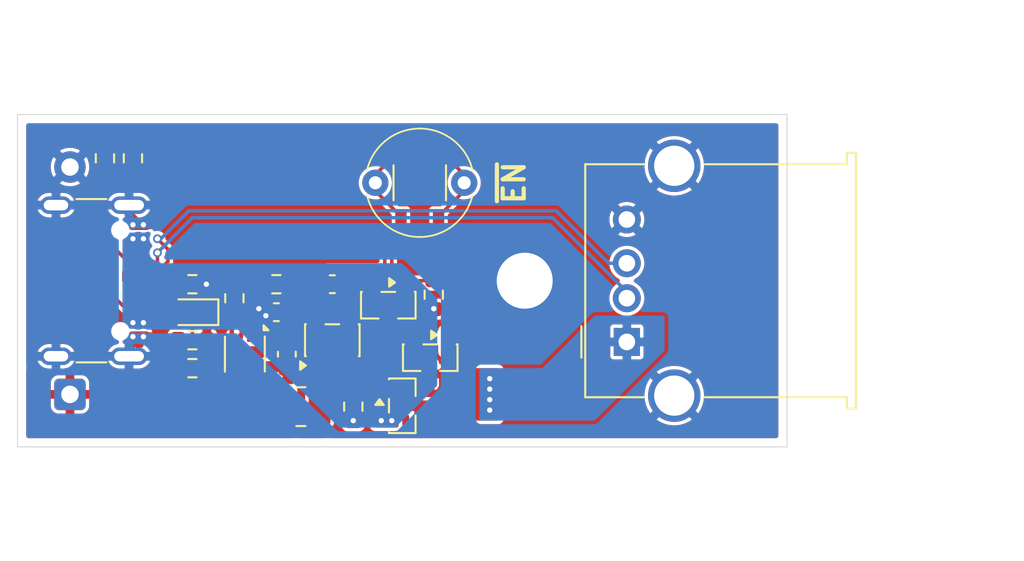
<source format=kicad_pcb>
(kicad_pcb (version 20241229) (generator "pcbnew") (generator_version "9.0")
  (layers (0 "F.Cu" signal) (2 "B.Cu" signal) (13 "F.Paste" user) (15 "B.Paste" user) (5 "F.SilkS" user "F.Silkscreen") (7 "B.SilkS" user "B.Silkscreen") (1 "F.Mask" user) (3 "B.Mask" user) (25 "Edge.Cuts" user))
  (net 0 "")
  (net 1 "GND")
  (net 2 "+BATT")
  (net 3 "VBUS")
  (net 4 "STAT")
  (net 6 "Net-(J1-CC1)")
  (net 7 "D-")
  (net 8 "D+")
  (net 10 "Net-(J1-CC2)")
  (net 11 "VCC")
  (net 12 "Net-(Q1-D)")
  (net 13 "Net-(Q1-G)")
  (net 14 "ISET")
  (net 15 "VSET")
  (net 16 "TMR")
  (net 17 "TS")
  (net 18 "Net-(Q1-S)")
  (net 19 "Net-(D1-A)")
  (net 20 "Net-(U2-SW)")
  (footprint "Resistor_SMD:R_0603_1608Metric" (layer "F.Cu") (at 85.8 100.2)
    (property "Reference" "R3" (hide yes))
    (property "Value" "1k" (hide yes))
    (fp_line (start -0.237258 -0.5225) (end 0.237258 -0.5225) (stroke (width 0.12)) (layer "F.SilkS"))
    (fp_line (start -0.237258 0.5225) (end 0.237258 0.5225) (stroke (width 0.12)) (layer "F.SilkS"))
    (pad "1" smd roundrect (at -0.825 0) (size 0.8 0.95) (layers "F.Cu" "F.Mask" "F.Paste") (net 14 "ISET"))
    (pad "2" smd roundrect (at 0.825 0) (size 0.8 0.95) (layers "F.Cu" "F.Mask" "F.Paste") (net 1 "GND"))
  )
  (footprint "Resistor_SMD:R_0603_1608Metric" (layer "F.Cu") (at 76 93 90)
    (property "Reference" "R2" (hide yes))
    (property "Value" "4k7" (hide yes))
    (fp_line (start -0.237258 -0.5225) (end 0.237258 -0.5225) (stroke (width 0.12)) (layer "F.SilkS"))
    (fp_line (start -0.237258 0.5225) (end 0.237258 0.5225) (stroke (width 0.12)) (layer "F.SilkS"))
    (pad "1" smd roundrect (at -0.825 0 90) (size 0.8 0.95) (layers "F.Cu" "F.Mask" "F.Paste") (net 10 "Net-(J1-CC2)"))
    (pad "2" smd roundrect (at 0.825 0 90) (size 0.8 0.95) (layers "F.Cu" "F.Mask" "F.Paste") (net 1 "GND"))
  )
  (footprint "Package_SON:WSON-8-1EP_2x2mm_P0.5mm_EP0.9x1.6mm" (layer "F.Cu") (at 84 104.2 -90)
    (property "Reference" "U1" (hide yes))
    (property "Value" "BQ25172" (hide yes))
    (fp_line (start -1 1.14) (end 1 1.14) (stroke (width 0.12)) (layer "F.SilkS"))
    (fp_line (start -1.01 -1.14) (end 0.99 -1.14) (stroke (width 0.12)) (layer "F.SilkS"))
    (fp_poly (pts (xy -1.37 -1.07) (xy -1.65 -1.07) (xy -1.37 -1.35) (xy -1.37 -1.07)) (stroke (width 0.12)) (fill yes) (layer "F.SilkS"))
    (pad "1" smd roundrect (at -0.95 -0.75 270) (size 0.5 0.25) (layers "F.Cu" "F.Mask" "F.Paste") (net 3 "VBUS"))
    (pad "2" smd roundrect (at -0.95 -0.25 270) (size 0.5 0.25) (layers "F.Cu" "F.Mask" "F.Paste") (net 14 "ISET"))
    (pad "3" smd roundrect (at -0.95 0.25 270) (size 0.5 0.25) (layers "F.Cu" "F.Mask" "F.Paste") (net 17 "TS"))
    (pad "4" smd roundrect (at -0.95 0.75 270) (size 0.5 0.25) (layers "F.Cu" "F.Mask" "F.Paste") (net 1 "GND"))
    (pad "5" smd roundrect (at 0.95 0.75 270) (size 0.5 0.25) (layers "F.Cu" "F.Mask" "F.Paste") (net 4 "STAT"))
    (pad "6" smd roundrect (at 0.95 0.25 270) (size 0.5 0.25) (layers "F.Cu" "F.Mask" "F.Paste") (net 16 "TMR"))
    (pad "7" smd roundrect (at 0.95 -0.25 270) (size 0.5 0.25) (layers "F.Cu" "F.Mask" "F.Paste") (net 15 "VSET"))
    (pad "8" smd roundrect (at 0.95 -0.75 270) (size 0.5 0.25) (layers "F.Cu" "F.Mask" "F.Paste") (net 2 "+BATT"))
    (pad "9" smd rect (at 0 0 270) (size 0.9 1.6) (layers "F.Cu" "F.Mask") (net 1 "GND"))
  )
  (footprint "Capacitor_SMD:C_0603_1608Metric" (layer "F.Cu") (at 85.8 101.8 180)
    (property "Reference" "C1" (hide yes))
    (property "Value" "4u7" (hide yes))
    (fp_line (start -0.14058 0.51) (end 0.14058 0.51) (stroke (width 0.12)) (layer "F.SilkS"))
    (fp_line (start -0.14058 -0.51) (end 0.14058 -0.51) (stroke (width 0.12)) (layer "F.SilkS"))
    (pad "1" smd roundrect (at -0.775 0 180) (size 0.9 0.95) (layers "F.Cu" "F.Mask" "F.Paste") (net 1 "GND"))
    (pad "2" smd roundrect (at 0.775 0 180) (size 0.9 0.95) (layers "F.Cu" "F.Mask" "F.Paste") (net 3 "VBUS"))
  )
  (footprint "Library:PCB.MCBEERINGI.DEV_small" (layer "F.Cu") (at 87.4 94)
    (property "Reference" "" (at 0 0 0) (layer "F.SilkS") (effects (font (size 1.27 1.27))))
    (property "Value" "")
  )
  (footprint "Resistor_SMD:R_0603_1608Metric" (layer "F.Cu") (at 90.2 107.2 90)
    (property "Reference" "R9" (hide yes))
    (property "Value" "10k" (hide yes))
    (fp_line (start -0.237258 -0.5225) (end 0.237258 -0.5225) (stroke (width 0.12)) (layer "F.SilkS"))
    (fp_line (start -0.237258 0.5225) (end 0.237258 0.5225) (stroke (width 0.12)) (layer "F.SilkS"))
    (pad "1" smd roundrect (at -0.825 0 90) (size 0.8 0.95) (layers "F.Cu" "F.Mask" "F.Paste") (net 3 "VBUS"))
    (pad "2" smd roundrect (at 0.825 0 90) (size 0.8 0.95) (layers "F.Cu" "F.Mask" "F.Paste") (net 1 "GND"))
  )
  (footprint "Package_TO_SOT_SMD:SOT-23-5" (layer "F.Cu") (at 89 103.4 90)
    (property "Reference" "U2" (hide yes))
    (property "Value" "TPS613222ADBV" (hide yes))
    (fp_line (start 0.91 -1.56) (end 0.91 -1.51) (stroke (width 0.12)) (layer "F.SilkS"))
    (fp_line (start -0.91 -1.56) (end 0.91 -1.56) (stroke (width 0.12)) (layer "F.SilkS"))
    (fp_line (start -0.91 -1.51) (end -0.91 -1.56) (stroke (width 0.12)) (layer "F.SilkS"))
    (fp_line (start 0.91 -0.39) (end 0.91 0.39) (stroke (width 0.12)) (layer "F.SilkS"))
    (fp_line (start 0.91 1.51) (end 0.91 1.56) (stroke (width 0.12)) (layer "F.SilkS"))
    (fp_line (start 0.91 1.56) (end -0.91 1.56) (stroke (width 0.12)) (layer "F.SilkS"))
    (fp_line (start -0.91 1.56) (end -0.91 1.51) (stroke (width 0.12)) (layer "F.SilkS"))
    (fp_poly (pts (xy -1.45 -1.51) (xy -1.69 -1.84) (xy -1.21 -1.84)) (stroke (width 0.12)) (fill yes) (layer "F.SilkS"))
    (pad "1" smd roundrect (at -1.1375 -0.95 90) (size 1.325 0.6) (layers "F.Cu" "F.Mask" "F.Paste") (net 20 "Net-(U2-SW)"))
    (pad "2" smd roundrect (at -1.1375 0 90) (size 1.325 0.6) (layers "F.Cu" "F.Mask" "F.Paste") (net 1 "GND"))
    (pad "3" smd roundrect (at -1.1375 0.95 90) (size 1.325 0.6) (layers "F.Cu" "F.Mask" "F.Paste"))
    (pad "4" smd roundrect (at 1.1375 0.95 90) (size 1.325 0.6) (layers "F.Cu" "F.Mask" "F.Paste") (net 18 "Net-(Q1-S)"))
    (pad "5" smd roundrect (at 1.1375 -0.95 90) (size 1.325 0.6) (layers "F.Cu" "F.Mask" "F.Paste"))
  )
  (footprint "Resistor_SMD:R_0603_1608Metric" (layer "F.Cu") (at 94.8 100.8 -90)
    (property "Reference" "R8" (hide yes))
    (property "Value" "10k" (hide yes))
    (fp_line (start -0.237258 0.5225) (end 0.237258 0.5225) (stroke (width 0.12)) (layer "F.SilkS"))
    (fp_line (start -0.237258 -0.5225) (end 0.237258 -0.5225) (stroke (width 0.12)) (layer "F.SilkS"))
    (pad "1" smd roundrect (at -0.825 0 270) (size 0.8 0.95) (layers "F.Cu" "F.Mask" "F.Paste") (net 13 "Net-(Q1-G)"))
    (pad "2" smd roundrect (at 0.825 0 270) (size 0.8 0.95) (layers "F.Cu" "F.Mask" "F.Paste") (net 3 "VBUS"))
  )
  (footprint "Connector_USB:USB_A_Molex_67643_Horizontal" (layer "F.Cu") (at 105.84 103.5 90)
    (property "Reference" "J2" (hide yes))
    (property "Value" "USB_A" (hide yes))
    (fp_line (start -0.9 -2.6) (end 0.9 -2.6) (stroke (width 0.12)) (layer "F.SilkS"))
    (fp_line (start 10.16 -2.38) (end 10.16 0.95) (stroke (width 0.12)) (layer "F.SilkS"))
    (fp_line (start -3.16 -2.38) (end 10.16 -2.38) (stroke (width 0.12)) (layer "F.SilkS"))
    (fp_line (start -3.16 -2.38) (end -3.16 0.95) (stroke (width 0.12)) (layer "F.SilkS"))
    (fp_line (start 10.16 4.47) (end 10.16 12.58) (stroke (width 0.12)) (layer "F.SilkS"))
    (fp_line (start 10.81 12.58) (end 10.16 12.58) (stroke (width 0.12)) (layer "F.SilkS"))
    (fp_line (start -3.16 12.58) (end -3.16 4.47) (stroke (width 0.12)) (layer "F.SilkS"))
    (fp_line (start -3.16 12.58) (end -3.81 12.58) (stroke (width 0.12)) (layer "F.SilkS"))
    (fp_line (start -3.81 12.58) (end -3.81 13.1) (stroke (width 0.12)) (layer "F.SilkS"))
    (fp_line (start 10.81 13.1) (end 10.81 12.58) (stroke (width 0.12)) (layer "F.SilkS"))
    (fp_line (start -3.81 13.1) (end 10.81 13.1) (stroke (width 0.12)) (layer "F.SilkS"))
    (pad "1" thru_hole rect (at 0 0 90) (size 1.6 1.5) (drill 0.95) (layers "*.Cu" "*.Mask") (net 11 "VCC"))
    (pad "2" thru_hole circle (at 2.5 0 90) (size 1.6 1.6) (drill 0.95) (layers "*.Cu" "*.Mask") (net 7 "D-"))
    (pad "3" thru_hole circle (at 4.5 0 90) (size 1.6 1.6) (drill 0.95) (layers "*.Cu" "*.Mask") (net 8 "D+"))
    (pad "4" thru_hole circle (at 7 0 90) (size 1.6 1.6) (drill 0.95) (layers "*.Cu" "*.Mask") (net 1 "GND"))
    (pad "5" thru_hole circle (at -3.07 2.71 90) (size 3 3) (drill 2.3) (layers "*.Cu" "*.Mask") (net 1 "GND"))
    (pad "5" thru_hole circle (at 10.07 2.71 90) (size 3 3) (drill 2.3) (layers "*.Cu" "*.Mask") (net 1 "GND"))
  )
  (footprint "Library:alps-skr[gp]" (layer "F.Cu") (at 94 94.4 180)
    (property "Reference" "SW1" (hide yes))
    (property "Value" "SW_Push" (hide yes))
    (fp_line (start 1.5 -1) (end 1.5 1) (stroke (width 0.12)) (layer "F.SilkS"))
    (fp_line (start -1.5 -1) (end -1.5 1) (stroke (width 0.12)) (layer "F.SilkS"))
    (fp_arc (start 3.020613 0.697064) (mid 1.92991 2.425995) (end 0 3.1) (stroke (width 0.1)) (layer "F.SilkS"))
    (fp_arc (start 0 3.1) (mid -1.92991 2.425994) (end -3.020613 0.697064) (stroke (width 0.1)) (layer "F.SilkS"))
    (fp_arc (start 0 -3.1) (mid 1.92991 -2.425994) (end 3.020613 -0.697064) (stroke (width 0.1)) (layer "F.SilkS"))
    (fp_arc (start -3.020613 -0.697064) (mid -1.929909 -2.425994) (end 0 -3.1) (stroke (width 0.1)) (layer "F.SilkS"))
    (pad "1" thru_hole circle (at -2.54 0 180) (size 1.5 1.5) (drill 0.75) (layers "*.Cu" "*.Mask") (net 13 "Net-(Q1-G)"))
    (pad "1" smd rect (at -1.075 -2.075 90) (size 1.05 0.65) (layers "F.Cu" "F.Mask" "F.Paste") (net 13 "Net-(Q1-G)"))
    (pad "1" smd rect (at -1.075 2.075 90) (size 1.05 0.65) (layers "F.Cu" "F.Mask" "F.Paste") (net 13 "Net-(Q1-G)"))
    (pad "2" smd rect (at 1.075 -2.075 90) (size 1.05 0.65) (layers "F.Cu" "F.Mask" "F.Paste") (net 18 "Net-(Q1-S)"))
    (pad "2" smd rect (at 1.075 2.075 90) (size 1.05 0.65) (layers "F.Cu" "F.Mask" "F.Paste") (net 18 "Net-(Q1-S)"))
    (pad "2" thru_hole circle (at 2.54 0 180) (size 1.5 1.5) (drill 0.75) (layers "*.Cu" "*.Mask") (net 18 "Net-(Q1-S)"))
  )
  (footprint "LED_SMD:LED_0603_1608Metric" (layer "F.Cu") (at 81 101.8 180)
    (property "Reference" "D1" (hide yes))
    (property "Value" "STAT" (hide yes))
    (fp_line (start 0.8 -0.735) (end -1.485 -0.735) (stroke (width 0.12)) (layer "F.SilkS"))
    (fp_line (start -1.485 0.735) (end 0.8 0.735) (stroke (width 0.12)) (layer "F.SilkS"))
    (fp_line (start -1.485 -0.735) (end -1.485 0.735) (stroke (width 0.12)) (layer "F.SilkS"))
    (pad "1" smd roundrect (at -0.7875 0 180) (size 0.875 0.95) (layers "F.Cu" "F.Mask" "F.Paste") (net 4 "STAT"))
    (pad "2" smd roundrect (at 0.7875 0 180) (size 0.875 0.95) (layers "F.Cu" "F.Mask" "F.Paste") (net 19 "Net-(D1-A)"))
  )
  (footprint "Library:mcbeeringi_icon_5mm" (layer "F.Cu") (at 81.6 94)
    (property "Reference" "" (at 0 0 0) (layer "F.SilkS") (effects (font (size 1.27 1.27))))
    (property "Value" "mcbeeringi_icon" (hide yes))
  )
  (footprint "MountingHole:MountingHole_3.2mm_M3_Pad" (layer "F.Cu") (at 100 100)
    (property "Reference" "H1" (hide yes))
    (property "Value" "MountingHole_Pad" (hide yes))
    (pad "1" thru_hole circle (at 0 0) (size 6.4 6.4) (drill 3.2) (layers "*.Cu" "*.Mask") (net 1 "GND"))
  )
  (footprint "Capacitor_SMD:C_0603_1608Metric" (layer "F.Cu") (at 89 100.2 180)
    (property "Reference" "C3" (hide yes))
    (property "Value" "22u" (hide yes))
    (fp_line (start -0.14058 0.51) (end 0.14058 0.51) (stroke (width 0.12)) (layer "F.SilkS"))
    (fp_line (start -0.14058 -0.51) (end 0.14058 -0.51) (stroke (width 0.12)) (layer "F.SilkS"))
    (pad "1" smd roundrect (at -0.775 0 180) (size 0.9 0.95) (layers "F.Cu" "F.Mask" "F.Paste") (net 18 "Net-(Q1-S)"))
    (pad "2" smd roundrect (at 0.775 0 180) (size 0.9 0.95) (layers "F.Cu" "F.Mask" "F.Paste") (net 1 "GND"))
  )
  (footprint "Package_TO_SOT_SMD:SOT-23" (layer "F.Cu") (at 92.2 101.4 -90)
    (property "Reference" "Q1" (hide yes))
    (property "Value" "AO3401A" (hide yes))
    (fp_line (start -0.76 1.56) (end -0.76 1.51) (stroke (width 0.12)) (layer "F.SilkS"))
    (fp_line (start 0.76 1.56) (end -0.76 1.56) (stroke (width 0.12)) (layer "F.SilkS"))
    (fp_line (start 0.76 0.56) (end 0.76 1.56) (stroke (width 0.12)) (layer "F.SilkS"))
    (fp_line (start -0.76 0.39) (end -0.76 -0.39) (stroke (width 0.12)) (layer "F.SilkS"))
    (fp_line (start -0.76 -1.51) (end -0.76 -1.56) (stroke (width 0.12)) (layer "F.SilkS"))
    (fp_line (start -0.76 -1.56) (end 0.76 -1.56) (stroke (width 0.12)) (layer "F.SilkS"))
    (fp_line (start 0.76 -1.56) (end 0.76 -0.56) (stroke (width 0.12)) (layer "F.SilkS"))
    (fp_poly (pts (xy -1.3 -0.38) (xy -1.06 -0.05) (xy -1.54 -0.05)) (stroke (width 0.12)) (fill yes) (layer "F.SilkS"))
    (pad "1" smd roundrect (at -0.9375 -0.95 270) (size 1.475 0.6) (layers "F.Cu" "F.Mask" "F.Paste") (net 13 "Net-(Q1-G)"))
    (pad "2" smd roundrect (at -0.9375 0.95 270) (size 1.475 0.6) (layers "F.Cu" "F.Mask" "F.Paste") (net 18 "Net-(Q1-S)"))
    (pad "3" smd roundrect (at 0.9375 0 270) (size 1.475 0.6) (layers "F.Cu" "F.Mask" "F.Paste") (net 12 "Net-(Q1-D)"))
  )
  (footprint "Resistor_SMD:R_0603_1608Metric" (layer "F.Cu") (at 77.6 93 90)
    (property "Reference" "R1" (hide yes))
    (property "Value" "4k7" (hide yes))
    (fp_line (start -0.237258 -0.5225) (end 0.237258 -0.5225) (stroke (width 0.12)) (layer "F.SilkS"))
    (fp_line (start -0.237258 0.5225) (end 0.237258 0.5225) (stroke (width 0.12)) (layer "F.SilkS"))
    (pad "1" smd roundrect (at -0.825 0 90) (size 0.8 0.95) (layers "F.Cu" "F.Mask" "F.Paste") (net 6 "Net-(J1-CC1)"))
    (pad "2" smd roundrect (at 0.825 0 90) (size 0.8 0.95) (layers "F.Cu" "F.Mask" "F.Paste") (net 1 "GND"))
  )
  (footprint "Package_TO_SOT_SMD:SOT-23" (layer "F.Cu") (at 94.6 104.4 -90)
    (property "Reference" "U3" (hide yes))
    (property "Value" "CH213K" (hide yes))
    (fp_line (start -0.76 1.56) (end -0.76 1.51) (stroke (width 0.12)) (layer "F.SilkS"))
    (fp_line (start 0.76 1.56) (end -0.76 1.56) (stroke (width 0.12)) (layer "F.SilkS"))
    (fp_line (start 0.76 0.56) (end 0.76 1.56) (stroke (width 0.12)) (layer "F.SilkS"))
    (fp_line (start -0.76 0.39) (end -0.76 -0.39) (stroke (width 0.12)) (layer "F.SilkS"))
    (fp_line (start -0.76 -1.51) (end -0.76 -1.56) (stroke (width 0.12)) (layer "F.SilkS"))
    (fp_line (start -0.76 -1.56) (end 0.76 -1.56) (stroke (width 0.12)) (layer "F.SilkS"))
    (fp_line (start 0.76 -1.56) (end 0.76 -0.56) (stroke (width 0.12)) (layer "F.SilkS"))
    (fp_poly (pts (xy -1.3 -0.38) (xy -1.06 -0.05) (xy -1.54 -0.05)) (stroke (width 0.12)) (fill yes) (layer "F.SilkS"))
    (pad "1" smd roundrect (at -0.9375 -0.95 270) (size 1.475 0.6) (layers "F.Cu" "F.Mask" "F.Paste") (net 1 "GND"))
    (pad "2" smd roundrect (at -0.9375 0.95 270) (size 1.475 0.6) (layers "F.Cu" "F.Mask" "F.Paste") (net 12 "Net-(Q1-D)"))
    (pad "3" smd roundrect (at 0.9375 0 270) (size 1.475 0.6) (layers "F.Cu" "F.Mask" "F.Paste") (net 11 "VCC"))
  )
  (footprint "Resistor_SMD:R_0603_1608Metric" (layer "F.Cu") (at 81 103.4)
    (property "Reference" "R4" (hide yes))
    (property "Value" "27k" (hide yes))
    (fp_line (start -0.237258 -0.5225) (end 0.237258 -0.5225) (stroke (width 0.12)) (layer "F.SilkS"))
    (fp_line (start -0.237258 0.5225) (end 0.237258 0.5225) (stroke (width 0.12)) (layer "F.SilkS"))
    (pad "1" smd roundrect (at -0.825 0) (size 0.8 0.95) (layers "F.Cu" "F.Mask" "F.Paste") (net 15 "VSET"))
    (pad "2" smd roundrect (at 0.825 0) (size 0.8 0.95) (layers "F.Cu" "F.Mask" "F.Paste") (net 1 "GND"))
  )
  (footprint "Resistor_SMD:R_0603_1608Metric" (layer "F.Cu") (at 81 105 180)
    (property "Reference" "R5" (hide yes))
    (property "Value" "10k" (hide yes))
    (fp_line (start -0.237258 0.5225) (end 0.237258 0.5225) (stroke (width 0.12)) (layer "F.SilkS"))
    (fp_line (start -0.237258 -0.5225) (end 0.237258 -0.5225) (stroke (width 0.12)) (layer "F.SilkS"))
    (pad "1" smd roundrect (at -0.825 0 180) (size 0.8 0.95) (layers "F.Cu" "F.Mask" "F.Paste") (net 16 "TMR"))
    (pad "2" smd roundrect (at 0.825 0 180) (size 0.8 0.95) (layers "F.Cu" "F.Mask" "F.Paste") (net 1 "GND"))
  )
  (footprint "Inductor_SMD:L_1008_2520Metric" (layer "F.Cu") (at 87.2 107.2)
    (property "Reference" "L1" (hide yes))
    (property "Value" "4u7" (hide yes))
    (fp_line (start -0.261252 -1.11) (end 0.261252 -1.11) (stroke (width 0.12)) (layer "F.SilkS"))
    (fp_line (start -0.261252 1.11) (end 0.261252 1.11) (stroke (width 0.12)) (layer "F.SilkS"))
    (pad "1" smd roundrect (at -1.075 0) (size 1.25 2.2) (layers "F.Cu" "F.Mask" "F.Paste") (roundrect_rratio 0.2) (net 2 "+BATT"))
    (pad "2" smd roundrect (at 1.075 0) (size 1.25 2.2) (layers "F.Cu" "F.Mask" "F.Paste") (roundrect_rratio 0.2) (net 20 "Net-(U2-SW)"))
  )
  (footprint "Capacitor_SMD:C_0603_1608Metric" (layer "F.Cu") (at 86.4 104.2 -90)
    (property "Reference" "C2" (hide yes))
    (property "Value" "4u7" (hide yes))
    (fp_line (start -0.14058 0.51) (end 0.14058 0.51) (stroke (width 0.12)) (layer "F.SilkS"))
    (fp_line (start -0.14058 -0.51) (end 0.14058 -0.51) (stroke (width 0.12)) (layer "F.SilkS"))
    (pad "1" smd roundrect (at -0.775 0 270) (size 0.9 0.95) (layers "F.Cu" "F.Mask" "F.Paste") (net 1 "GND"))
    (pad "2" smd roundrect (at 0.775 0 270) (size 0.9 0.95) (layers "F.Cu" "F.Mask" "F.Paste") (net 2 "+BATT"))
  )
  (footprint "Resistor_SMD:R_0603_1608Metric" (layer "F.Cu") (at 83.4 101 90)
    (property "Reference" "R6" (hide yes))
    (property "Value" "10k" (hide yes))
    (fp_line (start -0.237258 -0.5225) (end 0.237258 -0.5225) (stroke (width 0.12)) (layer "F.SilkS"))
    (fp_line (start -0.237258 0.5225) (end 0.237258 0.5225) (stroke (width 0.12)) (layer "F.SilkS"))
    (pad "1" smd roundrect (at -0.825 0 90) (size 0.8 0.95) (layers "F.Cu" "F.Mask" "F.Paste") (net 17 "TS"))
    (pad "2" smd roundrect (at 0.825 0 90) (size 0.8 0.95) (layers "F.Cu" "F.Mask" "F.Paste") (net 1 "GND"))
  )
  (footprint "Connector_USB:USB_C_Receptacle_GCT_USB4105-xx-A_16P_TopMnt_Horizontal" (layer "F.Cu") (at 74.275 100 -90)
    (property "Reference" "J1" (hide yes))
    (property "Value" "USB" (hide yes))
    (fp_line (start -4.67 -0.1) (end -4.67 -1.8) (stroke (width 0.12)) (layer "F.SilkS"))
    (fp_line (start 4.67 -0.1) (end 4.67 -1.8) (stroke (width 0.12)) (layer "F.SilkS"))
    (pad "" np_thru_hole circle (at -2.89 -2.605 270) (size 0.65 0.65) (drill 0.65) (layers "*.Cu" "*.Mask"))
    (pad "" np_thru_hole circle (at 2.89 -2.605 270) (size 0.65 0.65) (drill 0.65) (layers "*.Cu" "*.Mask"))
    (pad "A1" smd roundrect (at -3.2 -3.68 270) (size 0.6 1.15) (layers "F.Cu" "F.Mask" "F.Paste") (net 1 "GND"))
    (pad "A4" smd roundrect (at -2.4 -3.68 270) (size 0.6 1.15) (layers "F.Cu" "F.Mask" "F.Paste") (net 3 "VBUS"))
    (pad "A5" smd roundrect (at -1.25 -3.68 270) (size 0.3 1.15) (layers "F.Cu" "F.Mask" "F.Paste") (net 6 "Net-(J1-CC1)"))
    (pad "A6" smd roundrect (at -0.25 -3.68 270) (size 0.3 1.15) (layers "F.Cu" "F.Mask" "F.Paste") (net 8 "D+"))
    (pad "A7" smd roundrect (at 0.25 -3.68 270) (size 0.3 1.15) (layers "F.Cu" "F.Mask" "F.Paste") (net 7 "D-"))
    (pad "A8" smd roundrect (at 1.25 -3.68 270) (size 0.3 1.15) (layers "F.Cu" "F.Mask" "F.Paste"))
    (pad "A9" smd roundrect (at 2.4 -3.68 270) (size 0.6 1.15) (layers "F.Cu" "F.Mask" "F.Paste") (net 3 "VBUS"))
    (pad "A12" smd roundrect (at 3.2 -3.68 270) (size 0.6 1.15) (layers "F.Cu" "F.Mask" "F.Paste") (net 1 "GND"))
    (pad "B1" smd roundrect (at 3.2 -3.68 270) (size 0.6 1.15) (layers "F.Cu" "F.Mask" "F.Paste") (net 1 "GND"))
    (pad "B4" smd roundrect (at 2.4 -3.68 270) (size 0.6 1.15) (layers "F.Cu" "F.Mask" "F.Paste") (net 3 "VBUS"))
    (pad "B5" smd roundrect (at 1.75 -3.68 270) (size 0.3 1.15) (layers "F.Cu" "F.Mask" "F.Paste") (net 10 "Net-(J1-CC2)"))
    (pad "B6" smd roundrect (at 0.75 -3.68 270) (size 0.3 1.15) (layers "F.Cu" "F.Mask" "F.Paste") (net 8 "D+"))
    (pad "B7" smd roundrect (at -0.75 -3.68 270) (size 0.3 1.15) (layers "F.Cu" "F.Mask" "F.Paste") (net 7 "D-"))
    (pad "B8" smd roundrect (at -1.75 -3.68 270) (size 0.3 1.15) (layers "F.Cu" "F.Mask" "F.Paste"))
    (pad "B9" smd roundrect (at -2.4 -3.68 270) (size 0.6 1.15) (layers "F.Cu" "F.Mask" "F.Paste") (net 3 "VBUS"))
    (pad "B12" smd roundrect (at -3.2 -3.68 270) (size 0.6 1.15) (layers "F.Cu" "F.Mask" "F.Paste") (net 1 "GND"))
    (pad "S1" thru_hole oval (at -4.32 -3.105 270) (size 1 2.1) (drill oval 0.6 1.7) (property pad_prop_heatsink) (layers "*.Cu" "*.Mask" "F.Paste") (net 1 "GND"))
    (pad "S1" thru_hole oval (at -4.32 1.075 270) (size 1 1.8) (drill oval 0.6 1.4) (property pad_prop_heatsink) (layers "*.Cu" "*.Mask" "F.Paste") (net 1 "GND"))
    (pad "S1" thru_hole oval (at 4.32 -3.105 270) (size 1 2.1) (drill oval 0.6 1.7) (property pad_prop_heatsink) (layers "*.Cu" "*.Mask" "F.Paste") (net 1 "GND"))
    (pad "S1" thru_hole oval (at 4.32 1.075 270) (size 1 1.8) (drill oval 0.6 1.4) (property pad_prop_heatsink) (layers "*.Cu" "*.Mask" "F.Paste") (net 1 "GND"))
  )
  (footprint "Resistor_SMD:R_0603_1608Metric" (layer "F.Cu") (at 81 100.2 180)
    (property "Reference" "R7" (hide yes))
    (property "Value" "10k" (hide yes))
    (fp_line (start -0.237258 0.5225) (end 0.237258 0.5225) (stroke (width 0.12)) (layer "F.SilkS"))
    (fp_line (start -0.237258 -0.5225) (end 0.237258 -0.5225) (stroke (width 0.12)) (layer "F.SilkS"))
    (pad "1" smd roundrect (at -0.825 0 180) (size 0.8 0.95) (layers "F.Cu" "F.Mask" "F.Paste") (net 3 "VBUS"))
    (pad "2" smd roundrect (at 0.825 0 180) (size 0.8 0.95) (layers "F.Cu" "F.Mask" "F.Paste") (net 19 "Net-(D1-A)"))
  )
  (footprint "Package_TO_SOT_SMD:SOT-23" (layer "F.Cu") (at 93 107.15)
    (property "Reference" "U4" (hide yes))
    (property "Value" "CH213K" (hide yes))
    (fp_line (start -0.76 -1.56) (end 0.76 -1.56) (stroke (width 0.12)) (layer "F.SilkS"))
    (fp_line (start -0.76 -1.51) (end -0.76 -1.56) (stroke (width 0.12)) (layer "F.SilkS"))
    (fp_line (start -0.76 0.39) (end -0.76 -0.39) (stroke (width 0.12)) (layer "F.SilkS"))
    (fp_line (start -0.76 1.56) (end -0.76 1.51) (stroke (width 0.12)) (layer "F.SilkS"))
    (fp_line (start 0.76 -1.56) (end 0.76 -0.56) (stroke (width 0.12)) (layer "F.SilkS"))
    (fp_line (start 0.76 0.56) (end 0.76 1.56) (stroke (width 0.12)) (layer "F.SilkS"))
    (fp_line (start 0.76 1.56) (end -0.76 1.56) (stroke (width 0.12)) (layer "F.SilkS"))
    (fp_poly (pts (xy -1.3 -0.38) (xy -1.06 -0.05) (xy -1.54 -0.05)) (stroke (width 0.12)) (fill yes) (layer "F.SilkS"))
    (pad "1" smd roundrect (at -0.9375 -0.95) (size 1.475 0.6) (layers "F.Cu" "F.Mask" "F.Paste") (net 1 "GND"))
    (pad "2" smd roundrect (at -0.9375 0.95) (size 1.475 0.6) (layers "F.Cu" "F.Mask" "F.Paste") (net 3 "VBUS"))
    (pad "3" smd roundrect (at 0.9375 0) (size 1.475 0.6) (layers "F.Cu" "F.Mask" "F.Paste") (net 11 "VCC"))
  )
  (footprint "Library:BH-321-1P_{24}" (layer "B.Cu") (at 100 100 180)
    (property "Reference" "BT1" (at 0 0.5 0) (layer "B.SilkS") (effects (font (thickness 0.1)) (justify mirror)))
    (property "Value" "NiMh*2")
    (pad "1" thru_hole roundrect (at 26 -6.5 180) (size 1.8 1.8) (drill 1) (layers "*.Cu" "*.Mask") (roundrect_rratio 0.15) (net 2 "+BATT"))
    (pad "2" thru_hole circle (at 26 6.5 180) (size 1.8 1.8) (drill 1) (layers "*.Cu" "*.Mask") (net 1 "GND"))
  )
  (gr_line (start 71 109.5) (end 115 109.5) (stroke (width 0.05)) (layer "Edge.Cuts"))
  (gr_line (start 71 90.5) (end 115 90.5) (stroke (width 0.05)) (layer "Edge.Cuts"))
  (gr_line (start 115 90.5) (end 115 109.5) (stroke (width 0.05)) (layer "Edge.Cuts"))
  (gr_line (start 71 109.5) (end 71 90.5) (stroke (width 0.05)) (layer "Edge.Cuts"))
  (gr_text "~{EN}" (at 99.4 94.4 90) (layer "F.SilkS") (effects (font (size 1.2 1.2) (thickness 0.24) (bold yes))))
  (segment (start 77.38 95.68) (end 77.38 96.225) (width 0.5) (layer "F.Cu") (net 1))
  (segment (start 77.38 96.225) (end 77.955 96.8) (width 0.5) (layer "F.Cu") (net 1))
  (segment (start 77.38 104.32) (end 77.38 103.775) (width 0.5) (layer "F.Cu") (net 1))
  (segment (start 77.38 103.775) (end 77.955 103.2) (width 0.5) (layer "F.Cu") (net 1))
  (via (at 78.2 103.2) (size 0.5) (drill 0.3) (layers "F.Cu" "B.Cu") (net 1))
  (via (at 77.6 103.2) (size 0.5) (drill 0.3) (layers "F.Cu" "B.Cu") (net 1))
  (via (at 78.2 96.8) (size 0.5) (drill 0.3) (layers "F.Cu" "B.Cu") (net 1))
  (via (at 77.6 96.8) (size 0.5) (drill 0.3) (layers "F.Cu" "B.Cu") (net 1))
  (via (at 81.8 100.2) (size 0.5) (drill 0.3) (layers "F.Cu" "B.Cu") (net 3))
  (via (at 77.6 102.4) (size 0.5) (drill 0.3) (layers "F.Cu" "B.Cu") (net 3))
  (via (at 78.2 102.4) (size 0.5) (drill 0.3) (layers "F.Cu" "B.Cu") (net 3))
  (via (at 77.6 97.6) (size 0.5) (drill 0.3) (layers "F.Cu" "B.Cu") (net 3))
  (via (at 92.4 108) (size 0.5) (drill 0.3) (layers "F.Cu" "B.Cu") (net 3))
  (via (at 84.8 101.6) (size 0.5) (drill 0.3) (layers "F.Cu" "B.Cu") (net 3))
  (via (at 85.2 102) (size 0.5) (drill 0.3) (layers "F.Cu" "B.Cu") (net 3))
  (via (at 90.2 108) (size 0.5) (drill 0.3) (layers "F.Cu" "B.Cu") (net 3))
  (via (at 91.8 108) (size 0.5) (drill 0.3) (layers "F.Cu" "B.Cu") (net 3))
  (via (at 78.2 97.6) (size 0.5) (drill 0.3) (layers "F.Cu" "B.Cu") (net 3))
  (via (at 94.8 101.6) (size 0.5) (drill 0.3) (layers "F.Cu" "B.Cu") (net 3))
  (segment (start 81.4 104.2) (end 82.4 104.2) (width 0.2) (layer "F.Cu") (net 4))
  (segment (start 83.2 105.2) (end 83.25 105.15) (width 0.2) (layer "F.Cu") (net 4))
  (segment (start 82.4 104.2) (end 82.6 104.4) (width 0.2) (layer "F.Cu") (net 4))
  (segment (start 81.7875 101.8125) (end 81 102.6) (width 0.2) (layer "F.Cu") (net 4))
  (segment (start 82.6 104.4) (end 82.6 105) (width 0.2) (layer "F.Cu") (net 4))
  (segment (start 81.7875 101.8) (end 81.7875 101.8125) (width 0.2) (layer "F.Cu") (net 4))
  (segment (start 82.8 105.2) (end 83.2 105.2) (width 0.2) (layer "F.Cu") (net 4))
  (segment (start 81 103.8) (end 81.4 104.2) (width 0.2) (layer "F.Cu") (net 4))
  (segment (start 82.6 105) (end 82.8 105.2) (width 0.2) (layer "F.Cu") (net 4))
  (segment (start 81 102.6) (end 81 103.8) (width 0.2) (layer "F.Cu") (net 4))
  (segment (start 77.955 98.75) (end 77.15 98.75) (width 0.2) (layer "F.Cu") (net 6))
  (segment (start 77.375 93.825) (end 77.6 93.825) (width 0.2) (layer "F.Cu") (net 6))
  (segment (start 76 97.6) (end 76 95.2) (width 0.2) (layer "F.Cu") (net 6))
  (segment (start 76 95.2) (end 77.375 93.825) (width 0.2) (layer "F.Cu") (net 6))
  (segment (start 77.15 98.75) (end 76 97.6) (width 0.2) (layer "F.Cu") (net 6))
  (segment (start 79 98.9) (end 78.65 99.25) (width 0.2) (layer "F.Cu") (net 7))
  (segment (start 78.65 99.25) (end 77.955 99.25) (width 0.2) (layer "F.Cu") (net 7))
  (segment (start 79 98.4) (end 79 98.9) (width 0.2) (layer "F.Cu") (net 7))
  (segment (start 77.346176 100.25) (end 77.079 99.982824) (width 0.2) (layer "F.Cu") (net 7))
  (segment (start 77.079 99.517176) (end 77.346176 99.25) (width 0.2) (layer "F.Cu") (net 7))
  (segment (start 77.955 100.25) (end 77.346176 100.25) (width 0.2) (layer "F.Cu") (net 7))
  (segment (start 77.079 99.982824) (end 77.079 99.517176) (width 0.2) (layer "F.Cu") (net 7))
  (segment (start 77.346176 99.25) (end 77.955 99.25) (width 0.2) (layer "F.Cu") (net 7))
  (via (at 79 98.4) (size 0.5) (drill 0.3) (layers "F.Cu" "B.Cu") (net 7))
  (segment (start 101.6 96.4) (end 105.84 100.64) (width 0.2) (layer "B.Cu") (net 7))
  (segment (start 81 96.4) (end 101.6 96.4) (width 0.2) (layer "B.Cu") (net 7))
  (segment (start 79 98.4) (end 81 96.4) (width 0.2) (layer "B.Cu") (net 7))
  (segment (start 105.84 100.64) (end 105.84 101) (width 0.2) (layer "B.Cu") (net 7))
  (segment (start 78.563824 99.75) (end 78.831 100.017176) (width 0.2) (layer "F.Cu") (net 8))
  (segment (start 78.65 100.75) (end 77.955 100.75) (width 0.2) (layer "F.Cu") (net 8))
  (segment (start 77.955 99.75) (end 78.563824 99.75) (width 0.2) (layer "F.Cu") (net 8))
  (segment (start 78.831 100.017176) (end 78.831 100.569) (width 0.2) (layer "F.Cu") (net 8))
  (segment (start 79.6 98.2) (end 79.6 98.9) (width 0.2) (layer "F.Cu") (net 8))
  (segment (start 79 97.6) (end 79.6 98.2) (width 0.2) (layer "F.Cu") (net 8))
  (segment (start 78.831 100.569) (end 78.65 100.75) (width 0.2) (layer "F.Cu") (net 8))
  (segment (start 78.75 99.75) (end 77.955 99.75) (width 0.2) (layer "F.Cu") (net 8))
  (segment (start 79.6 98.9) (end 78.75 99.75) (width 0.2) (layer "F.Cu") (net 8))
  (via (at 79 97.6) (size 0.5) (drill 0.3) (layers "F.Cu" "B.Cu") (net 8))
  (segment (start 80.799 96) (end 101.8 96) (width 0.2) (layer "B.Cu") (net 8))
  (segment (start 79 97.6) (end 79.199 97.6) (width 0.2) (layer "B.Cu") (net 8))
  (segment (start 104.8 99) (end 105.84 99) (width 0.2) (layer "B.Cu") (net 8))
  (segment (start 79.199 97.6) (end 80.799 96) (width 0.2) (layer "B.Cu") (net 8))
  (segment (start 101.8 96) (end 104.8 99) (width 0.2) (layer "B.Cu") (net 8))
  (segment (start 75.6 97.8) (end 75.6 95) (width 0.2) (layer "F.Cu") (net 10))
  (segment (start 77.346176 101.75) (end 76.598088 101.001912) (width 0.2) (layer "F.Cu") (net 10))
  (segment (start 76.6 98.8) (end 75.6 97.8) (width 0.2) (layer "F.Cu") (net 10))
  (segment (start 76.598088 101.001912) (end 76.598088 98.801912) (width 0.2) (layer "F.Cu") (net 10))
  (segment (start 76.598088 98.801912) (end 76.6 98.8) (width 0.2) (layer "F.Cu") (net 10))
  (segment (start 77.955 101.75) (end 77.346176 101.75) (width 0.2) (layer "F.Cu") (net 10))
  (segment (start 76 94.6) (end 76 93.825) (width 0.2) (layer "F.Cu") (net 10))
  (segment (start 75.6 95) (end 76 94.6) (width 0.2) (layer "F.Cu") (net 10))
  (via (at 98 107.4) (size 0.5) (drill 0.3) (layers "F.Cu" "B.Cu") (net 11))
  (via (at 98 106.8) (size 0.5) (drill 0.3) (layers "F.Cu" "B.Cu") (net 11))
  (via (at 98 105.6) (size 0.5) (drill 0.3) (layers "F.Cu" "B.Cu") (net 11))
  (via (at 98 106.2) (size 0.5) (drill 0.3) (layers "F.Cu" "B.Cu") (net 11))
  (segment (start 93.15 100.4625) (end 93.6125 100) (width 0.2) (layer "F.Cu") (net 13))
  (segment (start 94.775 100) (end 94.8 99.975) (width 0.2) (layer "F.Cu") (net 13))
  (segment (start 92.401 99.7135) (end 92.401 97.799) (width 0.2) (layer "F.Cu") (net 13))
  (segment (start 96.54 94.4) (end 96.54 93.94) (width 0.2) (layer "F.Cu") (net 13))
  (segment (start 95.075 92.475) (end 95.075 92.325) (width 0.2) (layer "F.Cu") (net 13))
  (segment (start 95.075 96.475) (end 95.075 96.325) (width 0.2) (layer "F.Cu") (net 13))
  (segment (start 95.075 96.725) (end 95.075 96.475) (width 0.2) (layer "F.Cu") (net 13))
  (segment (start 93.15 100.4625) (end 92.401 99.7135) (width 0.2) (layer "F.Cu") (net 13))
  (segment (start 92.8 97.4) (end 94.4 97.4) (width 0.2) (layer "F.Cu") (net 13))
  (segment (start 96.54 93.94) (end 95.075 92.475) (width 0.2) (layer "F.Cu") (net 13))
  (segment (start 95.075 96.325) (end 96.54 94.86) (width 0.2) (layer "F.Cu") (net 13))
  (segment (start 94.4 97.4) (end 95.075 96.725) (width 0.2) (layer "F.Cu") (net 13))
  (segment (start 96.54 94.86) (end 96.54 94.4) (width 0.2) (layer "F.Cu") (net 13))
  (segment (start 92.401 97.799) (end 92.8 97.4) (width 0.2) (layer "F.Cu") (net 13))
  (segment (start 93.6125 100) (end 94.775 100) (width 0.2) (layer "F.Cu") (net 13))
  (segment (start 84.2 101) (end 84.2 103.2) (width 0.2) (layer "F.Cu") (net 14))
  (segment (start 84.975 100.2) (end 84.975 100.225) (width 0.2) (layer "F.Cu") (net 14))
  (segment (start 84.2 103.2) (end 84.25 103.25) (width 0.2) (layer "F.Cu") (net 14))
  (segment (start 84.975 100.225) (end 84.2 101) (width 0.2) (layer "F.Cu") (net 14))
  (segment (start 82.2 105.8) (end 81.4 105.8) (width 0.2) (layer "F.Cu") (net 15))
  (segment (start 80.175 103.4) (end 80.175 103.775) (width 0.2) (layer "F.Cu") (net 15))
  (segment (start 80.876 105.276) (end 80.876 104.476) (width 0.2) (layer "F.Cu") (net 15))
  (segment (start 80.876 104.476) (end 80.175 103.775) (width 0.2) (layer "F.Cu") (net 15))
  (segment (start 83.6 106.2) (end 82.6 106.2) (width 0.2) (layer "F.Cu") (net 15))
  (segment (start 84.25 105.15) (end 84.25 105.55) (width 0.2) (layer "F.Cu") (net 15))
  (segment (start 82.6 106.2) (end 82.2 105.8) (width 0.2) (layer "F.Cu") (net 15))
  (segment (start 81.4 105.8) (end 80.876 105.276) (width 0.2) (layer "F.Cu") (net 15))
  (segment (start 84.25 105.55) (end 83.6 106.2) (width 0.2) (layer "F.Cu") (net 15))
  (segment (start 81.825 105) (end 82 105) (width 0.2) (layer "F.Cu") (net 16))
  (segment (start 82.8 105.8) (end 83.4 105.8) (width 0.2) (layer "F.Cu") (net 16))
  (segment (start 83.4 105.8) (end 83.75 105.45) (width 0.2) (layer "F.Cu") (net 16))
  (segment (start 82 105) (end 82.8 105.8) (width 0.2) (layer "F.Cu") (net 16))
  (segment (start 83.75 105.45) (end 83.75 105.15) (width 0.2) (layer "F.Cu") (net 16))
  (segment (start 83.4 101.825) (end 83.425 101.825) (width 0.2) (layer "F.Cu") (net 17))
  (segment (start 83.8 102.2) (end 83.8 103.2) (width 0.2) (layer "F.Cu") (net 17))
  (segment (start 83.425 101.825) (end 83.8 102.2) (width 0.2) (layer "F.Cu") (net 17))
  (segment (start 83.8 103.2) (end 83.75 103.25) (width 0.2) (layer "F.Cu") (net 17))
  (segment (start 92.925 96.675) (end 92.925 96.475) (width 0.2) (layer "F.Cu") (net 18))
  (segment (start 91.46 94.4) (end 91.46 93.94) (width 0.2) (layer "F.Cu") (net 18))
  (segment (start 92.925 96.325) (end 91.46 94.86) (width 0.2) (layer "F.Cu") (net 18))
  (segment (start 91.46 93.94) (end 92.925 92.475) (width 0.2) (layer "F.Cu") (net 18))
  (segment (start 92.925 96.475) (end 92.925 96.325) (width 0.2) (layer "F.Cu") (net 18))
  (segment (start 92 97.6) (end 92.925 96.675) (width 0.2) (layer "F.Cu") (net 18))
  (segment (start 91.46 94.86) (end 91.46 94.4) (width 0.2) (layer "F.Cu") (net 18))
  (segment (start 92.925 92.475) (end 92.925 92.325) (width 0.2) (layer "F.Cu") (net 18))
  (segment (start 92 99.7125) (end 92 97.6) (width 0.2) (layer "F.Cu") (net 18))
  (segment (start 91.25 100.4625) (end 92 99.7125) (width 0.2) (layer "F.Cu") (net 18))
  (segment (start 80.2 100.225) (end 80.175 100.2) (width 0.2) (layer "F.Cu") (net 19))
  (segment (start 80.2 101.7875) (end 80.2 100.225) (width 0.2) (layer "F.Cu") (net 19))
  (segment (start 80.2125 101.8) (end 80.2 101.7875) (width 0.2) (layer "F.Cu") (net 19))
  (zone (net 3) (net_name "VBUS") (layer "F.Cu") (priority 1) (connect_pads (clearance 0.2)) (min_thickness 0.25) (fill yes (thermal_gap 0.2) (thermal_bridge_width 0.5))
    (polygon (pts (xy 84.4 100.8) (xy 86.2 100.8) (xy 86.2 102.4) (xy 84.8 103.8) (xy 84.4 103.8)))
  )
  (zone (net 12) (net_name "Net-(Q1-D)") (layer "F.Cu") (priority 1) (connect_pads (clearance 0.2)) (min_thickness 0.25) (fill yes (thermal_gap 0.2) (thermal_bridge_width 0.5))
    (polygon (pts (xy 91.2 102.2) (xy 91.4 102) (xy 94.6 102) (xy 94.6 103.8) (xy 91.2 103.8)))
  )
  (zone (net 18) (net_name "Net-(Q1-S)") (layer "F.Cu") (priority 1) (connect_pads (clearance 0.2)) (min_thickness 0.25) (fill yes (thermal_gap 0.2) (thermal_bridge_width 0.5))
    (polygon (pts (xy 88.6 99.2) (xy 88.6 100.8) (xy 89.6 101.8) (xy 89.6 102.8) (xy 91 102.8) (xy 91 102) (xy 91.2 101.8) (xy 92.8 101.8) (xy 92.8 99.2)))
  )
  (zone (net 2) (net_name "+BATT") (layer "F.Cu") (priority 1) (connect_pads (clearance 0.2)) (min_thickness 0.25) (fill yes (thermal_gap 0.2) (thermal_bridge_width 0.5))
    (polygon (pts (xy 86.8 104.6) (xy 86.8 109.2) (xy 71.2 109.2) (xy 71.2 105) (xy 75 105) (xy 76 106) (xy 83 106) (xy 84.4 104.6)))
  )
  (zone (net 20) (net_name "Net-(U2-SW)") (layer "F.Cu") (priority 1) (connect_pads (clearance 0.2)) (min_thickness 0.25) (fill yes (thermal_gap 0.2) (thermal_bridge_width 0.5))
    (polygon (pts (xy 88.6 103.2) (xy 87 103.2) (xy 87 109.2) (xy 88.6 109.2)))
  )
  (zone (net 11) (net_name "VCC") (layer "F.Cu") (priority 1) (connect_pads (clearance 0.2)) (min_thickness 0.25) (fill yes (thermal_gap 0.2) (thermal_bridge_width 0.5))
    (polygon (pts (xy 93.6 105) (xy 93.6 108) (xy 98.6 108) (xy 98.6 105)))
  )
  (zone (net 1) (net_name "GND") (layers "F.Cu" "B.Cu") (connect_pads (clearance 0.2)) (min_thickness 0.25) (fill yes (thermal_gap 0.2) (thermal_bridge_width 0.5))
    (polygon (pts (xy 70 90) (xy 116 90) (xy 116 110) (xy 70 110)))
  )
  (zone (net 3) (net_name "VBUS") (layer "B.Cu") (priority 1) (connect_pads (clearance 0.2)) (min_thickness 0.25) (fill yes (thermal_gap 0.2) (thermal_bridge_width 0.5))
    (polygon (pts (xy 77 97.2) (xy 78.8 97.2) (xy 78.8 98.6) (xy 79.2 99) (xy 93 99) (xy 95 101) (xy 95 106) (xy 92.6 108.4) (xy 89.4 108.4) (xy 83.6 102.8) (xy 77 102.8)))
  )
  (zone (net 11) (net_name "VCC") (layer "B.Cu") (priority 1) (connect_pads (clearance 0.2)) (min_thickness 0.25) (fill yes (thermal_gap 0.2) (thermal_bridge_width 0.5))
    (polygon (pts (xy 97.4 105) (xy 97.4 108) (xy 104 108) (xy 108 104) (xy 108 102) (xy 104 102) (xy 101 105)))
  )
)
</source>
